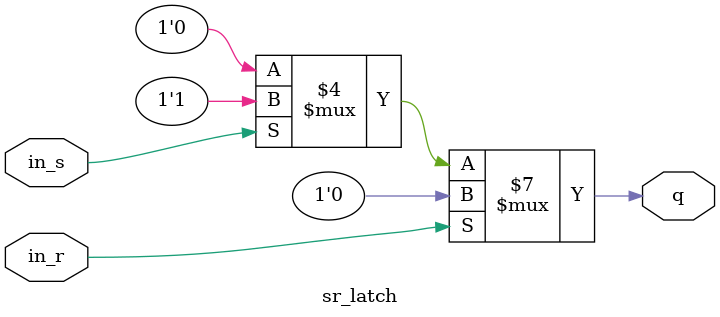
<source format=v>
module sr_latch(
    input in_s, in_r,
    output reg q
    );

    always @(in_r or in_s)begin
        q <= 1'b0;

        if (in_r == 1)begin //reset to 0 if res = 1
            q <= 1'b0;
        end else if (in_s == 1)begin //set to 1 if set = 1
            q <= 1'b1;
        end
    end
endmodule
</source>
